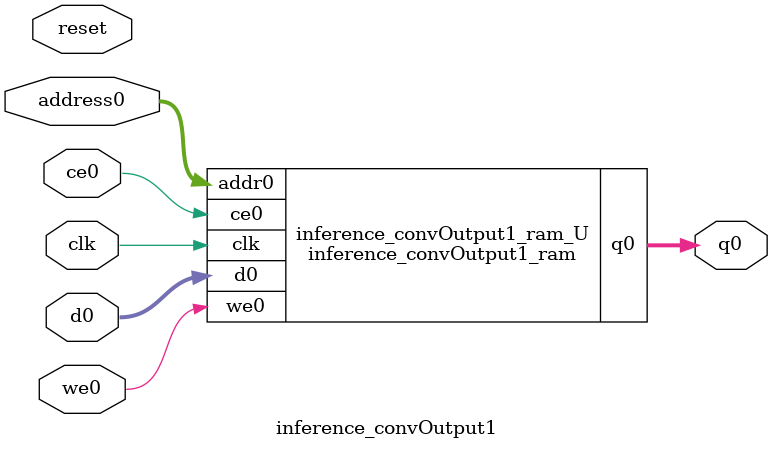
<source format=v>

`timescale 1 ns / 1 ps
module inference_convOutput1_ram (addr0, ce0, d0, we0, q0,  clk);

parameter DWIDTH = 32;
parameter AWIDTH = 13;
parameter MEM_SIZE = 4704;

input[AWIDTH-1:0] addr0;
input ce0;
input[DWIDTH-1:0] d0;
input we0;
output reg[DWIDTH-1:0] q0;
input clk;

(* ram_style = "block" *)reg [DWIDTH-1:0] ram[MEM_SIZE-1:0];




always @(posedge clk)  
begin 
    if (ce0) 
    begin
        if (we0) 
        begin 
            ram[addr0] <= d0; 
            q0 <= d0;
        end 
        else 
            q0 <= ram[addr0];
    end
end


endmodule


`timescale 1 ns / 1 ps
module inference_convOutput1(
    reset,
    clk,
    address0,
    ce0,
    we0,
    d0,
    q0);

parameter DataWidth = 32'd32;
parameter AddressRange = 32'd4704;
parameter AddressWidth = 32'd13;
input reset;
input clk;
input[AddressWidth - 1:0] address0;
input ce0;
input we0;
input[DataWidth - 1:0] d0;
output[DataWidth - 1:0] q0;



inference_convOutput1_ram inference_convOutput1_ram_U(
    .clk( clk ),
    .addr0( address0 ),
    .ce0( ce0 ),
    .d0( d0 ),
    .we0( we0 ),
    .q0( q0 ));

endmodule


</source>
